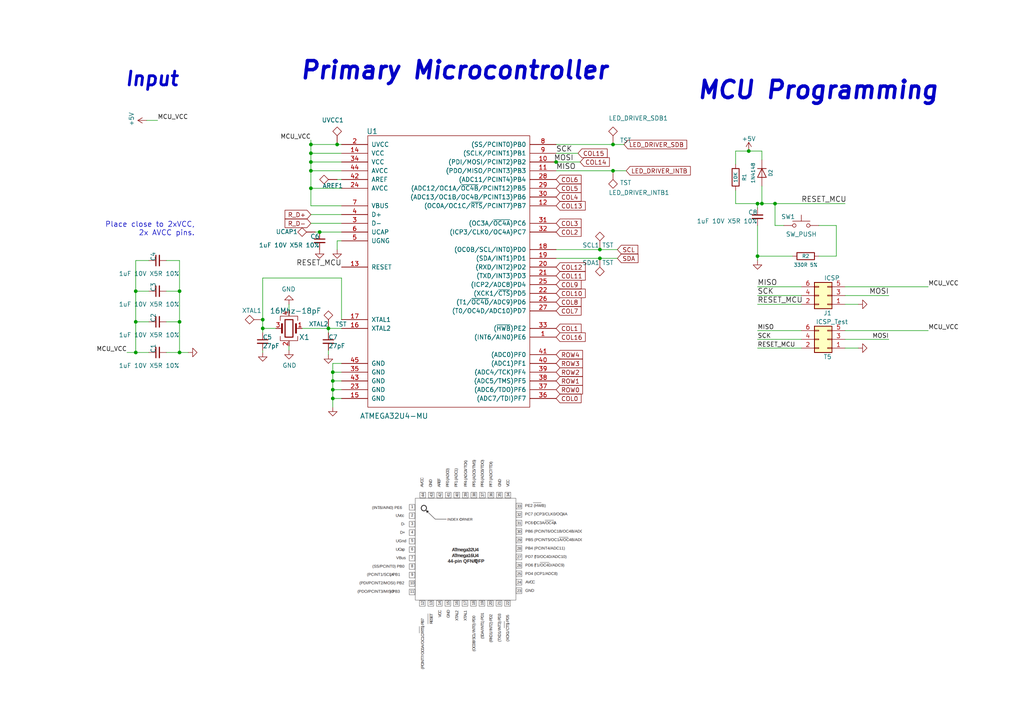
<source format=kicad_sch>
(kicad_sch (version 20211123) (generator eeschema)
  (paper "A4")
  (title_block (title "MCU") (date "2016-05-06") (company "Keyboardio"))
  (lib_symbols
    (symbol "1N4148:D" (pin_numbers hide) (pin_names (offset 1.016) hide)
      (property "Reference" "D" (at 0 2.54 0))
      (property "Value" "D" (at 0 -2.54 0))
      (symbol "D_0_1"
        (polyline (pts (xy -1.27 1.27) (xy -1.27 -1.27)) (stroke (width 0.2032)))
        (polyline (pts (xy 1.27 0) (xy -1.27 0)))
        (polyline (pts (xy 1.27 1.27) (xy 1.27 -1.27) (xy -1.27 0) (xy 1.27 1.27)) (stroke (width 0.2032)))
      )
      (symbol "D_1_1"
        (pin passive line (at -3.81 0 0) (length 2.54) (name "K") (number "1"))
        (pin passive line (at 3.81 0 180) (length 2.54) (name "A") (number "2"))
      )
    )
    (symbol "Connector_Generic:Conn_02x03_Odd_Even" (pin_names (offset 1.016) hide)
      (property "Reference" "J" (at 1.27 5.08 0))
      (property "Value" "Conn_02x03_Odd_Even" (at 1.27 -5.08 0))
      (symbol "Conn_02x03_Odd_Even_1_1"
        (rectangle (start -1.27 -2.413) (end 0 -2.667) (stroke (width 0.1524)))
        (rectangle (start -1.27 0.127) (end 0 -0.127) (stroke (width 0.1524)))
        (rectangle (start -1.27 2.667) (end 0 2.413) (stroke (width 0.1524)))
        (rectangle (start -1.27 3.81) (end 3.81 -3.81) (stroke (width 0.254)) (fill (type background)))
        (rectangle (start 3.81 -2.413) (end 2.54 -2.667) (stroke (width 0.1524)))
        (rectangle (start 3.81 0.127) (end 2.54 -0.127) (stroke (width 0.1524)))
        (rectangle (start 3.81 2.667) (end 2.54 2.413) (stroke (width 0.1524)))
        (pin passive line (at -5.08 2.54 0) (length 3.81) (name "Pin_1") (number "1"))
        (pin passive line (at 7.62 2.54 180) (length 3.81) (name "Pin_2") (number "2"))
        (pin passive line (at -5.08 0 0) (length 3.81) (name "Pin_3") (number "3"))
        (pin passive line (at 7.62 0 180) (length 3.81) (name "Pin_4") (number "4"))
        (pin passive line (at -5.08 -2.54 0) (length 3.81) (name "Pin_5") (number "5"))
        (pin passive line (at 7.62 -2.54 180) (length 3.81) (name "Pin_6") (number "6"))
      )
    )
    (symbol "Device:C_Small" (pin_numbers hide) (pin_names (offset 0.254) hide)
      (property "Reference" "C" (at 0.254 1.778 0))
      (property "Value" "C_Small" (at 0.254 -2.032 0))
      (symbol "C_Small_0_1"
        (polyline (pts (xy -1.524 -0.508) (xy 1.524 -0.508)) (stroke (width 0.3302)))
        (polyline (pts (xy -1.524 0.508) (xy 1.524 0.508)) (stroke (width 0.3048)))
      )
      (symbol "C_Small_1_1"
        (pin passive line (at 0 2.54 270) (length 2.032) (name "~") (number "1"))
        (pin passive line (at 0 -2.54 90) (length 2.032) (name "~") (number "2"))
      )
    )
    (symbol "Device:Crystal_GND24" (pin_names (offset 1.016) hide)
      (property "Reference" "Y" (at 3.175 5.08 0))
      (property "Value" "Crystal_GND24" (at 3.175 3.175 0))
      (symbol "Crystal_GND24_0_1"
        (rectangle (start -1.143 2.54) (end 1.143 -2.54) (stroke (width 0.3048)))
        (polyline (pts (xy -2.54 0) (xy -2.032 0)))
        (polyline (pts (xy -2.032 -1.27) (xy -2.032 1.27)) (stroke (width 0.508)))
        (polyline (pts (xy 0 -3.81) (xy 0 -3.556)))
        (polyline (pts (xy 0 3.556) (xy 0 3.81)))
        (polyline (pts (xy 2.032 -1.27) (xy 2.032 1.27)) (stroke (width 0.508)))
        (polyline (pts (xy 2.032 0) (xy 2.54 0)))
        (polyline (pts (xy -2.54 -2.286) (xy -2.54 -3.556) (xy 2.54 -3.556) (xy 2.54 -2.286)))
        (polyline (pts (xy -2.54 2.286) (xy -2.54 3.556) (xy 2.54 3.556) (xy 2.54 2.286)))
      )
      (symbol "Crystal_GND24_1_1"
        (pin passive line (at -3.81 0 0) (length 1.27) (name "1") (number "1"))
        (pin passive line (at 0 5.08 270) (length 1.27) (name "2") (number "2"))
        (pin passive line (at 3.81 0 180) (length 1.27) (name "3") (number "3"))
        (pin passive line (at 0 -5.08 90) (length 1.27) (name "4") (number "4"))
      )
    )
    (symbol "Device:R" (pin_numbers hide) (pin_names (offset 0))
      (property "Reference" "R" (at 2.032 0 90))
      (property "Value" "R" (at 0 0 90))
      (symbol "R_0_1"
        (rectangle (start -1.016 -2.54) (end 1.016 2.54) (stroke (width 0.254)))
      )
      (symbol "R_1_1"
        (pin passive line (at 0 3.81 270) (length 1.27) (name "~") (number "1"))
        (pin passive line (at 0 -3.81 90) (length 1.27) (name "~") (number "2"))
      )
    )
    (symbol "Keyboard-symbols:GND" (power) (pin_names (offset 0))
      (property "Value" "GND" (at 0 -3.81 0))
      (symbol "GND_0_1"
        (polyline (pts (xy 0 0) (xy 0 -1.27) (xy 1.27 -1.27) (xy 0 -2.54) (xy -1.27 -1.27) (xy 0 -1.27)))
      )
      (symbol "GND_1_1"
        (pin power_in line (at 0 0 270) (length 0) hide (name "GND") (number "1"))
      )
    )
    (symbol "Switch:SW_Push" (pin_numbers hide) (pin_names (offset 1.016) hide)
      (property "Reference" "SW" (at 1.27 2.54 0))
      (property "Value" "SW_Push" (at 0 -1.524 0))
      (symbol "SW_Push_0_1"
        (circle (center -2.032 0) (radius 0.508))
        (polyline (pts (xy 0 1.27) (xy 0 3.048)))
        (polyline (pts (xy 2.54 1.27) (xy -2.54 1.27)))
        (circle (center 2.032 0) (radius 0.508))
        (pin passive line (at -5.08 0 0) (length 2.54) (name "1") (number "1"))
        (pin passive line (at 5.08 0 180) (length 2.54) (name "2") (number "2"))
      )
    )
    (symbol "legacy:ATMEGA32U4" (pin_names (offset 1.016))
      (property "Reference" "U" (at -22.86 43.18 0))
      (property "Value" "ATMEGA32U4" (at -16.51 -39.37 0))
      (symbol "ATMEGA32U4_0_1"
        (rectangle (start -24.13 41.91) (end 22.86 -36.83))
      )
      (symbol "ATMEGA32U4_1_1"
        (pin input line (at 30.48 -16.51 180) (length 7.62) (name "(INT6/AIN0)PE6") (number "1"))
        (pin input line (at 30.48 34.29 180) (length 7.62) (name "(PDI/MOSI/PCINT2)PB2") (number "10"))
        (pin input line (at 30.48 31.75 180) (length 7.62) (name "(PDO/MISO/PCINT3)PB3") (number "11"))
        (pin input line (at 30.48 21.59 180) (length 7.62) (name "(OC0A/OC1C/~{RTS}/PCINT7)PB7") (number "12"))
        (pin input line (at -31.75 3.81 0) (length 7.62) (name "RESET") (number "13"))
        (pin power_in line (at -31.75 36.83 0) (length 7.62) (name "VCC") (number "14"))
        (pin power_in line (at -31.75 -34.29 0) (length 7.62) (name "GND") (number "15"))
        (pin input line (at -31.75 -13.97 0) (length 7.62) (name "XTAL2") (number "16"))
        (pin input line (at -31.75 -11.43 0) (length 7.62) (name "XTAL1") (number "17"))
        (pin input line (at 30.48 8.89 180) (length 7.62) (name "(OC0B/SCL/INT0)PD0") (number "18"))
        (pin input line (at 30.48 6.35 180) (length 7.62) (name "(SDA/INT1)PD1") (number "19"))
        (pin input line (at -31.75 39.37 0) (length 7.62) (name "UVCC") (number "2"))
        (pin input line (at 30.48 3.81 180) (length 7.62) (name "(RXD/INT2)PD2") (number "20"))
        (pin input line (at 30.48 1.27 180) (length 7.62) (name "(TXD/INT3)PD3") (number "21"))
        (pin input line (at 30.48 -3.81 180) (length 7.62) (name "(XCK1/~{CTS})PD5") (number "22"))
        (pin power_in line (at -31.75 -31.75 0) (length 7.62) (name "GND") (number "23"))
        (pin power_in line (at -31.75 26.67 0) (length 7.62) (name "AVCC") (number "24"))
        (pin input line (at 30.48 -1.27 180) (length 7.62) (name "(ICP2/ADC8)PD4") (number "25"))
        (pin input line (at 30.48 -6.35 180) (length 7.62) (name "(T1/~{OC4D}/ADC9)PD6") (number "26"))
        (pin input line (at 30.48 -8.89 180) (length 7.62) (name "(T0/OC4D/ADC10)PD7") (number "27"))
        (pin input line (at 30.48 29.21 180) (length 7.62) (name "(ADC11/PCINT4)PB4") (number "28"))
        (pin input line (at 30.48 26.67 180) (length 7.62) (name "(ADC12/OC1A/~{OC4B}/PCINT12)PB5") (number "29"))
        (pin input line (at -31.75 16.51 0) (length 7.62) (name "D-") (number "3"))
        (pin input line (at 30.48 24.13 180) (length 7.62) (name "(ADC13/OC1B/OC4B/PCINT13)PB6") (number "30"))
        (pin input line (at 30.48 16.51 180) (length 7.62) (name "(OC3A/~{OC4A})PC6") (number "31"))
        (pin input line (at 30.48 13.97 180) (length 7.62) (name "(ICP3/CLK0/OC4A)PC7") (number "32"))
        (pin input line (at 30.48 -13.97 180) (length 7.62) (name "(~{HWB})PE2") (number "33"))
        (pin power_in line (at -31.75 34.29 0) (length 7.62) (name "VCC") (number "34"))
        (pin power_in line (at -31.75 -26.67 0) (length 7.62) (name "GND") (number "35"))
        (pin input line (at 30.48 -34.29 180) (length 7.62) (name "(ADC7/TDI)PF7") (number "36"))
        (pin input line (at 30.48 -31.75 180) (length 7.62) (name "(ADC6/TDO)PF6") (number "37"))
        (pin input line (at 30.48 -29.21 180) (length 7.62) (name "(ADC5/TMS)PF5") (number "38"))
        (pin input line (at 30.48 -26.67 180) (length 7.62) (name "(ADC4/TCK)PF4") (number "39"))
        (pin input line (at -31.75 19.05 0) (length 7.62) (name "D+") (number "4"))
        (pin input line (at 30.48 -24.13 180) (length 7.62) (name "(ADC1)PF1") (number "40"))
        (pin input line (at 30.48 -21.59 180) (length 7.62) (name "(ADC0)PF0") (number "41"))
        (pin input line (at -31.75 29.21 0) (length 7.62) (name "AREF") (number "42"))
        (pin power_in line (at -31.75 -29.21 0) (length 7.62) (name "GND") (number "43"))
        (pin power_in line (at -31.75 31.75 0) (length 7.62) (name "AVCC") (number "44"))
        (pin power_in line (at -31.75 -24.13 0) (length 7.62) (name "GND") (number "45"))
        (pin input line (at -31.75 11.43 0) (length 7.62) (name "UGNG") (number "5"))
        (pin input line (at -31.75 13.97 0) (length 7.62) (name "UCAP") (number "6"))
        (pin input line (at -31.75 21.59 0) (length 7.62) (name "VBUS") (number "7"))
        (pin input line (at 30.48 39.37 180) (length 7.62) (name "(SS/PCINT0)PB0") (number "8"))
        (pin input line (at 30.48 36.83 180) (length 7.62) (name "(SCLK/PCINT1)PB1") (number "9"))
      )
    )
    (symbol "legacy:TST" (pin_numbers hide) (pin_names (offset 0) hide)
      (property "Reference" "P" (at 0 7.62 0))
      (property "Value" "TST" (at 0 6.35 0))
      (symbol "TST_0_1"
        (polyline (pts (xy 0 5.08) (xy -1.27 3.81) (xy 0 2.54) (xy 1.27 3.81) (xy 0 5.08) (xy 0 5.08)))
      )
      (symbol "TST_1_1"
        (pin passive line (at 0 0 90) (length 2.54) (name "~") (number "1"))
      )
    )
    (symbol "power:+5V" (power) (pin_names (offset 0))
      (property "Value" "+5V" (at 0 3.556 0))
      (symbol "+5V_0_1"
        (polyline (pts (xy -0.762 1.27) (xy 0 2.54)))
        (polyline (pts (xy 0 0) (xy 0 2.54)))
        (polyline (pts (xy 0 2.54) (xy 0.762 1.27)))
      )
      (symbol "+5V_1_1"
        (pin power_in line (at 0 0 90) (length 0) hide (name "+5V") (number "1"))
      )
    )
    (symbol "power:GND" (power) (pin_names (offset 0))
      (property "Value" "GND" (at 0 -3.81 0))
      (symbol "GND_0_1"
        (polyline (pts (xy 0 0) (xy 0 -1.27) (xy 1.27 -1.27) (xy 0 -2.54) (xy -1.27 -1.27) (xy 0 -1.27)))
      )
      (symbol "GND_1_1"
        (pin power_in line (at 0 0 270) (length 0) hide (name "GND") (number "1"))
      )
    )
  )
  (junction (at 90.17 41.91))
  (junction (at 177.8 49.53))
  (junction (at 161.29 46.99))
  (junction (at 39.37 93.345))
  (junction (at 90.17 44.45))
  (junction (at 96.52 107.95))
  (junction (at 217.17 43.815))
  (junction (at 177.8 41.91))
  (junction (at 219.71 59.055))
  (junction (at 76.2 95.25))
  (junction (at 220.98 59.055))
  (junction (at 224.79 59.055))
  (junction (at 173.99 74.93))
  (junction (at 52.07 102.235))
  (junction (at 92.71 67.31))
  (junction (at 52.07 84.455))
  (junction (at 96.52 110.49))
  (junction (at 90.17 49.53))
  (junction (at 95.25 95.25))
  (junction (at 219.71 74.295))
  (junction (at 39.37 102.235))
  (junction (at 39.37 84.455))
  (junction (at 52.07 93.345))
  (junction (at 90.17 46.99))
  (junction (at 96.52 113.03))
  (junction (at 173.99 72.39))
  (junction (at 90.17 54.61))
  (junction (at 96.52 115.57))
  (junction (at 97.79 41.91))
  (junction (at 76.2 92.71))
  (wire (pts (xy 48.26 102.235) (xy 52.07 102.235)))
  (wire (pts (xy 52.07 102.235) (xy 54.61 102.235)))
  (wire (pts (xy 219.71 60.325) (xy 219.71 59.055)))
  (wire (pts (xy 161.29 74.93) (xy 173.99 74.93)))
  (wire (pts (xy 232.41 85.725) (xy 219.71 85.725)))
  (wire (pts (xy 52.07 75.565) (xy 48.26 75.565)))
  (wire (pts (xy 95.25 101.6) (xy 95.25 102.87)))
  (wire (pts (xy 232.41 98.425) (xy 219.71 98.425)))
  (wire (pts (xy 97.79 52.07) (xy 99.06 52.07)))
  (wire (pts (xy 90.17 54.61) (xy 99.06 54.61)))
  (wire (pts (xy 245.11 100.965) (xy 248.92 100.965)))
  (wire (pts (xy 39.37 75.565) (xy 43.18 75.565)))
  (wire (pts (xy 269.24 83.185) (xy 245.11 83.185)))
  (wire (pts (xy 76.2 80.645) (xy 76.2 92.71)))
  (wire (pts (xy 39.37 93.345) (xy 39.37 84.455)))
  (wire (pts (xy 224.79 59.055) (xy 245.11 59.055)))
  (wire (pts (xy 83.82 88.265) (xy 83.82 90.17)))
  (wire (pts (xy 99.06 80.645) (xy 76.2 80.645)))
  (wire (pts (xy 242.57 74.295) (xy 242.57 65.405)))
  (wire (pts (xy 245.11 88.265) (xy 248.92 88.265)))
  (wire (pts (xy 96.52 113.03) (xy 99.06 113.03)))
  (wire (pts (xy 39.37 84.455) (xy 43.18 84.455)))
  (wire (pts (xy 96.52 110.49) (xy 99.06 110.49)))
  (wire (pts (xy 52.07 93.345) (xy 52.07 84.455)))
  (wire (pts (xy 90.17 46.99) (xy 99.06 46.99)))
  (wire (pts (xy 83.82 101.6) (xy 83.82 100.33)))
  (wire (pts (xy 76.2 95.25) (xy 76.2 96.52)))
  (wire (pts (xy 245.11 98.425) (xy 257.81 98.425)))
  (wire (pts (xy 219.71 65.405) (xy 219.71 74.295)))
  (wire (pts (xy 99.06 64.77) (xy 90.17 64.77)))
  (wire (pts (xy 90.17 49.53) (xy 99.06 49.53)))
  (wire (pts (xy 213.36 43.815) (xy 213.36 47.625)))
  (wire (pts (xy 161.29 41.91) (xy 177.8 41.91)))
  (wire (pts (xy 97.79 41.91) (xy 99.06 41.91)))
  (wire (pts (xy 90.17 44.45) (xy 99.06 44.45)))
  (wire (pts (xy 90.17 41.91) (xy 97.79 41.91)))
  (wire (pts (xy 36.83 102.235) (xy 39.37 102.235)))
  (wire (pts (xy 76.2 92.71) (xy 76.2 95.25)))
  (wire (pts (xy 224.79 65.405) (xy 227.33 65.405)))
  (wire (pts (xy 96.52 113.03) (xy 96.52 115.57)))
  (wire (pts (xy 95.25 95.25) (xy 99.06 95.25)))
  (wire (pts (xy 160.655 46.99) (xy 161.29 46.99)))
  (wire (pts (xy 90.17 46.99) (xy 90.17 49.53)))
  (wire (pts (xy 52.07 102.235) (xy 52.07 93.345)))
  (wire (pts (xy 99.06 69.85) (xy 97.79 69.85)))
  (wire (pts (xy 99.06 62.23) (xy 90.17 62.23)))
  (wire (pts (xy 177.8 41.91) (xy 180.975 41.91)))
  (wire (pts (xy 90.17 54.61) (xy 90.17 59.69)))
  (wire (pts (xy 173.99 72.39) (xy 161.29 72.39)))
  (wire (pts (xy 80.01 95.25) (xy 76.2 95.25)))
  (wire (pts (xy 96.52 107.95) (xy 96.52 110.49)))
  (wire (pts (xy 232.41 95.885) (xy 219.71 95.885)))
  (wire (pts (xy 232.41 100.965) (xy 219.71 100.965)))
  (wire (pts (xy 219.71 74.295) (xy 229.87 74.295)))
  (wire (pts (xy 97.79 69.85) (xy 97.79 72.39)))
  (wire (pts (xy 90.17 44.45) (xy 90.17 46.99)))
  (wire (pts (xy 99.06 92.71) (xy 99.06 80.645)))
  (wire (pts (xy 96.52 105.41) (xy 96.52 107.95)))
  (wire (pts (xy 161.29 46.99) (xy 168.275 46.99)))
  (wire (pts (xy 91.44 67.31) (xy 92.71 67.31)))
  (wire (pts (xy 90.17 41.91) (xy 90.17 44.45)))
  (wire (pts (xy 220.98 43.815) (xy 220.98 46.355)))
  (wire (pts (xy 219.71 74.295) (xy 219.71 75.565)))
  (wire (pts (xy 52.07 84.455) (xy 52.07 75.565)))
  (wire (pts (xy 48.26 93.345) (xy 52.07 93.345)))
  (wire (pts (xy 39.37 102.235) (xy 43.18 102.235)))
  (wire (pts (xy 237.49 74.295) (xy 242.57 74.295)))
  (wire (pts (xy 39.37 93.345) (xy 43.18 93.345)))
  (wire (pts (xy 217.17 43.815) (xy 220.98 43.815)))
  (wire (pts (xy 213.36 55.245) (xy 213.36 59.055)))
  (wire (pts (xy 39.37 102.235) (xy 39.37 93.345)))
  (wire (pts (xy 96.52 107.95) (xy 99.06 107.95)))
  (wire (pts (xy 95.25 95.25) (xy 95.25 96.52)))
  (wire (pts (xy 219.71 59.055) (xy 220.98 59.055)))
  (wire (pts (xy 48.26 84.455) (xy 52.07 84.455)))
  (wire (pts (xy 220.98 59.055) (xy 224.79 59.055)))
  (wire (pts (xy 181.61 49.53) (xy 177.8 49.53)))
  (wire (pts (xy 232.41 88.265) (xy 219.71 88.265)))
  (wire (pts (xy 92.71 67.31) (xy 99.06 67.31)))
  (wire (pts (xy 224.79 59.055) (xy 224.79 65.405)))
  (wire (pts (xy 45.72 34.925) (xy 42.545 34.925)))
  (wire (pts (xy 99.06 105.41) (xy 96.52 105.41)))
  (wire (pts (xy 213.36 59.055) (xy 219.71 59.055)))
  (wire (pts (xy 220.98 53.975) (xy 220.98 59.055)))
  (wire (pts (xy 173.99 74.93) (xy 179.07 74.93)))
  (wire (pts (xy 161.29 44.45) (xy 167.64 44.45)))
  (wire (pts (xy 179.07 72.39) (xy 173.99 72.39)))
  (wire (pts (xy 76.2 101.6) (xy 76.2 102.235)))
  (wire (pts (xy 232.41 83.185) (xy 219.71 83.185)))
  (wire (pts (xy 237.49 65.405) (xy 242.57 65.405)))
  (wire (pts (xy 177.8 49.53) (xy 161.29 49.53)))
  (wire (pts (xy 90.17 40.64) (xy 90.17 41.91)))
  (wire (pts (xy 213.36 43.815) (xy 217.17 43.815)))
  (wire (pts (xy 96.52 110.49) (xy 96.52 113.03)))
  (wire (pts (xy 269.24 95.885) (xy 245.11 95.885)))
  (wire (pts (xy 96.52 115.57) (xy 99.06 115.57)))
  (wire (pts (xy 245.11 85.725) (xy 257.81 85.725)))
  (wire (pts (xy 90.17 49.53) (xy 90.17 54.61)))
  (wire (pts (xy 96.52 115.57) (xy 96.52 118.11)))
  (wire (pts (xy 87.63 95.25) (xy 95.25 95.25)))
  (wire (pts (xy 39.37 84.455) (xy 39.37 75.565)))
  (wire (pts (xy 90.17 59.69) (xy 99.06 59.69)))
  (image (at 137.16 163.83))
  (text "Place close to 2xVCC,\n2x AVCC pins." (at 56.515 68.58 180) (effects (font (size 1.524 1.524)) (justify right bottom)))
  (text "Primary Microcontroller" (at 86.741 23.495 0) (effects (font (size 5.0038 5.0038) (thickness 1.0008) bold italic) (justify left bottom)))
  (text "Input" (at 52.07 25.4 180) (effects (font (size 3.9878 3.9878) (thickness 0.7976) bold italic) (justify right bottom)))
  (text "MCU Programming" (at 201.93 29.21 0) (effects (font (size 5.0038 5.0038) (thickness 1.0008) bold italic) (justify left bottom)))
  (label "SCK" (at 219.71 85.725 0) (effects (font (size 1.524 1.524))))
  (label "RESET_MCU" (at 232.41 59.055 0) (effects (font (size 1.524 1.524))))
  (label "MOSI" (at 160.655 46.99 0) (effects (font (size 1.524 1.524))))
  (label "MOSI" (at 257.81 85.725 180) (effects (font (size 1.524 1.524))))
  (label "MISO" (at 161.29 49.53 0) (effects (font (size 1.524 1.524))))
  (label "MCU_VCC" (at 269.24 83.185 0))
  (label "MOSI" (at 257.81 98.425 180))
  (label "RESET_MCU" (at 219.71 88.265 0) (effects (font (size 1.524 1.524))))
  (label "RESET_MCU" (at 99.06 77.47 180) (effects (font (size 1.524 1.524))))
  (label "SCK" (at 219.71 98.425 0))
  (label "MCU_VCC" (at 269.24 95.885 0))
  (label "SCK" (at 161.29 44.45 0) (effects (font (size 1.524 1.524))))
  (label "MCU_VCC" (at 36.83 102.235 180))
  (label "MCU_VCC" (at 45.72 34.925 0))
  (label "RESET_MCU" (at 219.71 100.965 0))
  (label "MCU_VCC" (at 90.17 40.64 180))
  (label "MISO" (at 219.71 83.185 0) (effects (font (size 1.524 1.524))))
  (label "MISO" (at 219.71 95.885 0))
  (global_label "COL4" (shape input) (at 161.29 57.15 0) (property "Intersheet References" "${INTERSHEET_REFS}" (effects hide)))
  (global_label "COL6" (shape input) (at 161.29 52.07 0) (property "Intersheet References" "${INTERSHEET_REFS}" (effects hide)))
  (global_label "COL8" (shape input) (at 161.29 87.63 0) (property "Intersheet References" "${INTERSHEET_REFS}" (effects hide)))
  (global_label "SDA" (shape input) (at 179.07 74.93 0) (property "Intersheet References" "${INTERSHEET_REFS}" (effects hide)))
  (global_label "COL12" (shape input) (at 161.29 77.47 0) (property "Intersheet References" "${INTERSHEET_REFS}" (effects hide)))
  (global_label "R_D-" (shape input) (at 90.17 64.77 180) (property "Intersheet References" "${INTERSHEET_REFS}" (effects hide)))
  (global_label "ROW1" (shape input) (at 161.29 110.49 0) (property "Intersheet References" "${INTERSHEET_REFS}" (effects hide)))
  (global_label "COL3" (shape input) (at 161.29 64.77 0) (property "Intersheet References" "${INTERSHEET_REFS}" (effects hide)))
  (global_label "ROW3" (shape input) (at 161.29 105.41 0) (property "Intersheet References" "${INTERSHEET_REFS}" (effects hide)))
  (global_label "COL1" (shape input) (at 161.29 95.25 0) (property "Intersheet References" "${INTERSHEET_REFS}" (effects hide)))
  (global_label "COL14" (shape input) (at 168.275 46.99 0) (property "Intersheet References" "${INTERSHEET_REFS}" (effects hide)))
  (global_label "COL10" (shape input) (at 161.29 85.09 0) (property "Intersheet References" "${INTERSHEET_REFS}" (effects hide)))
  (global_label "COL0" (shape input) (at 161.29 115.57 0) (property "Intersheet References" "${INTERSHEET_REFS}" (effects hide)))
  (global_label "COL7" (shape input) (at 161.29 90.17 0) (property "Intersheet References" "${INTERSHEET_REFS}" (effects hide)))
  (global_label "LED_DRIVER_INTB" (shape input) (at 181.61 49.53 0) (property "Intersheet References" "${INTERSHEET_REFS}" (effects hide)))
  (global_label "COL15" (shape input) (at 167.64 44.45 0) (property "Intersheet References" "${INTERSHEET_REFS}" (effects hide)))
  (global_label "COL11" (shape input) (at 161.29 80.01 0) (property "Intersheet References" "${INTERSHEET_REFS}" (effects hide)))
  (global_label "COL13" (shape input) (at 161.29 59.69 0) (property "Intersheet References" "${INTERSHEET_REFS}" (effects hide)))
  (global_label "ROW2" (shape input) (at 161.29 107.95 0) (property "Intersheet References" "${INTERSHEET_REFS}" (effects hide)))
  (global_label "SCL" (shape input) (at 179.07 72.39 0) (property "Intersheet References" "${INTERSHEET_REFS}" (effects hide)))
  (global_label "COL16" (shape input) (at 161.29 97.79 0) (property "Intersheet References" "${INTERSHEET_REFS}" (effects hide)))
  (global_label "COL5" (shape input) (at 161.29 54.61 0) (property "Intersheet References" "${INTERSHEET_REFS}" (effects hide)))
  (global_label "R_D+" (shape input) (at 90.17 62.23 180) (property "Intersheet References" "${INTERSHEET_REFS}" (effects hide)))
  (global_label "COL2" (shape input) (at 161.29 67.31 0) (property "Intersheet References" "${INTERSHEET_REFS}" (effects hide)))
  (global_label "ROW0" (shape input) (at 161.29 113.03 0) (property "Intersheet References" "${INTERSHEET_REFS}" (effects hide)))
  (global_label "LED_DRIVER_SDB" (shape input) (at 180.975 41.91 0) (property "Intersheet References" "${INTERSHEET_REFS}" (effects hide)))
  (global_label "COL9" (shape input) (at 161.29 82.55 0) (property "Intersheet References" "${INTERSHEET_REFS}" (effects hide)))
  (global_label "ROW4" (shape input) (at 161.29 102.87 0) (property "Intersheet References" "${INTERSHEET_REFS}" (effects hide)))
  (symbol (lib_id "power:GND") (at 92.71 72.39 0) (unit 1)
    (property "Reference" "#PWR?" (effects hide))
    (property "Value" "GND" (effects hide))
  )
  (symbol (lib_id "Device:Crystal_GND24") (at 83.82 95.25 180) (unit 1)
    (property "Reference" "X1" (at 88.265 97.79 0) (effects (font (size 1.524 1.524))))
    (property "Value" "16Mhz-18pF" (at 85.725 90.17 0) (effects (font (size 1.524 1.524))))
    (property "Footprint" "Crystal:Crystal_SMD_SeikoEpson_TSX3225-4Pin_3.2x2.5mm" (effects hide))
    (property "Datasheet" "https://support.epson.biz/td/api/doc_check.php?dl=brief_TSX-3225&lang=en" (effects hide))
    (property "Manufacturer" "Seiko-Epson" (effects hide))
    (property "MPN" "X1E000021069600" (effects hide))
    (property "DigiKey" "TSX-322516.0000MF20G-C-ND" (effects hide))
    (property "Description" "SMD Crystal Resonators 16MHz ±10ppm TSX-3225 RoHS 18pf" (effects hide))
    (property "LCSC" "C255907" (effects hide))
  )
  (symbol (lib_id "Device:C_Small") (at 76.2 99.06 0) (unit 1)
    (property "Reference" "C5" (at 76.2 97.79 0) (effects (justify left)))
    (property "Value" "27pF" (at 76.2 100.33 0) (effects (justify left)))
    (property "Footprint" "Capacitor_SMD:C_0603_1608Metric" (effects hide))
    (property "Datasheet" "http://www.yageo.com/documents/recent/UPY-GP_NP0_16V-to-50V_16.pdf" (effects hide))
    (property "MPN" "CC0603JRNPO9BN270" (effects hide))
    (property "DigiKey" "311-1063-1-ND" (effects hide))
    (property "Manufacturer" "Yaego" (effects hide))
    (property "Description" "CAP CER 27PF 50V C0G/NP0 0603" (effects hide))
    (property "Seeed Part Num" "CC0603JRNPO9BN270	" (effects hide))
    (property "LCSC" "C107045" (effects hide))
  )
  (symbol (lib_id "power:GND") (at 76.2 102.235 0) (unit 1)
    (property "Reference" "#PWR?" (effects hide))
    (property "Value" "GND" (effects hide))
  )
  (symbol (lib_id "power:GND") (at 95.25 102.87 0) (unit 1)
    (property "Reference" "#PWR?" (effects hide))
    (property "Value" "GND" (effects hide))
  )
  (symbol (lib_id "Device:C_Small") (at 45.72 102.235 90) (mirror x) (unit 1)
    (property "Reference" "C1" (at 44.45 99.695 0) (effects (justify left)))
    (property "Value" "1uF 10V X5R 10%" (at 52.07 106.045 90) (effects (justify left)))
    (property "Footprint" "Capacitor_SMD:C_0603_1608Metric" (effects hide))
    (property "Datasheet" "http://www.yageo.com/documents/recent/UPY-GPHC_X5R_4V-to-50V_25.pdf" (effects hide))
    (property "Description" "CAP CER 1UF 10V X5R 0603" (effects hide))
    (property "DigiKey" "311-1443-2-ND	" (effects hide))
    (property "Manufacturer" "Yageo" (effects hide))
    (property "MPN" "CC0603KRX5R6BB105" (effects hide))
    (property "Seeed Part Num" "GRM188R61A105KA61D	" (effects hide))
    (property "LCSC" "C106214" (effects hide))
  )
  (symbol (lib_id "legacy:ATMEGA32U4") (at 130.81 81.28 0) (unit 1)
    (property "Reference" "U1" (at 107.95 38.1 0) (effects (font (size 1.524 1.524))))
    (property "Value" "ATMEGA32U4-MU" (at 114.3 120.65 0) (effects (font (size 1.524 1.524))))
    (property "Footprint" "Package_DFN_QFN:QFN-44-1EP_7x7mm_P0.5mm_EP5.15x5.15mm_ThermalVias" (effects hide))
    (property "Datasheet" "http://www.atmel.com/images/atmel-7766-8-bit-avr-atmega16u4-32u4_datasheet.pdf" (effects hide))
    (property "Manufacturer" "Atmel" (effects hide))
    (property "MPN" "ATMEGA32U4-MU" (effects hide))
    (property "Description" "ATMega32U4 - VQFN preferred, but TQFP Acceptable" (effects hide))
    (property "DigiKey" "ATMEGA32U4-MU-ND" (effects hide))
    (property "Seeed Part Num" "ATMEGA32U4-MU	" (effects hide))
  )
  (symbol (lib_id "power:GND") (at 97.79 72.39 0) (unit 1)
    (property "Reference" "#PWR?" (effects hide))
    (property "Value" "GND" (effects hide))
  )
  (symbol (lib_id "power:GND") (at 96.52 118.11 0) (unit 1)
    (property "Reference" "#PWR?" (effects hide))
    (property "Value" "GND" (effects hide))
  )
  (symbol (lib_id "Switch:SW_Push") (at 232.41 65.405 0) (mirror y) (unit 1)
    (property "Reference" "SW1" (at 228.6 62.865 0))
    (property "Value" "SW_PUSH" (at 232.41 67.945 0))
    (property "Footprint" "Button_Switch_SMD:SW_SPST_TL3342" (effects hide))
    (property "Datasheet" "https://www.e-switch.com/system/asset/product_line/data_sheet/165/TL3342.pdf" (effects hide))
    (property "Description" "SWITCH TACTILE SPST-NO 0.05A 12V" (effects hide))
    (property "DigiKey" "EG2531TR-ND" (effects hide))
    (property "MPN" "TL3342F160QG/TR" (effects hide))
    (property "Manufacturer" "E-Switch" (effects hide))
  )
  (symbol (lib_id "power:+5V") (at 217.17 43.815 0) (unit 1)
    (property "Reference" "#PWR?" (effects hide))
    (property "Value" "+5V" (at 217.17 40.259 0))
  )
  (symbol (lib_id "Device:R") (at 213.36 51.435 180) (unit 1)
    (property "Reference" "R1" (at 215.9 51.435 90) (effects (font (size 1.016 1.016))))
    (property "Value" "10K" (at 213.36 51.435 90) (effects (font (size 1.016 1.016))))
    (property "Footprint" "Resistor_SMD:R_0603_1608Metric" (effects hide))
    (property "Datasheet" "http://www.susumu.co.jp/common/pdf/n_catalog_partition05_en.pdf" (effects hide))
    (property "DigiKey" "RR08P10.0KDTR-ND" (effects hide))
    (property "Manufacturer" "Susumu" (effects hide))
    (property "MPN" "RR0816P-103-D" (effects hide))
    (property "Description" "RES SMD 10K OHM 0.5% 1/16W 0603" (effects hide))
    (property "Seeed Part Num" "RK73H1JTTD1002F" (effects hide))
    (property "LCSC" "C130232" (effects hide))
  )
  (symbol (lib_id "power:GND") (at 248.92 88.265 90) (mirror x) (unit 1)
    (property "Reference" "#PWR?" (effects hide))
    (property "Value" "GND" (effects hide))
  )
  (symbol (lib_id "legacy:TST") (at 97.79 41.91 0) (mirror y) (unit 1)
    (property "Reference" "UVCC1" (at 96.52 35.56 0) (effects (justify bottom)))
    (property "Value" "TST" (effects hide))
    (property "Footprint" "TestPoint:TestPoint_Pad_D1.5mm" (effects hide))
  )
  (symbol (lib_id "legacy:TST") (at 97.79 52.07 90) (mirror x) (unit 1)
    (property "Reference" "AREF1" (at 96.52 54.61 90) (effects (justify bottom)))
    (property "Value" "TST" (effects hide))
    (property "Footprint" "TestPoint:TestPoint_Pad_D1.5mm" (effects hide))
  )
  (symbol (lib_id "legacy:TST") (at 91.44 67.31 90) (mirror x) (unit 1)
    (property "Reference" "UCAP1" (at 83.185 67.945 90) (effects (justify bottom)))
    (property "Value" "TST" (effects hide))
    (property "Footprint" "TestPoint:TestPoint_Pad_D1.5mm" (effects hide))
  )
  (symbol (lib_id "power:GND") (at 219.71 75.565 0) (unit 1)
    (property "Reference" "#PWR?" (effects hide))
    (property "Value" "GND" (effects hide))
  )
  (symbol (lib_id "1N4148:D") (at 220.98 50.165 270) (unit 1)
    (property "Reference" "D2" (at 223.52 50.165 0) (effects (font (size 1.016 1.016))))
    (property "Value" "1N4148" (at 218.44 50.165 0) (effects (font (size 1.016 1.016))))
    (property "Footprint" "Diode_SMD:D_SOD-123" (effects hide))
    (property "Datasheet" "https://www.diodes.com/assets/Datasheets/ds30086.pdf" (effects hide))
    (property "DigiKey" "1N4148W-FDITR-ND" (effects hide))
    (property "Manufacturer" "Diodes Inc" (effects hide))
    (property "MPN" "1N4148W-7-F" (effects hide))
    (property "Description" "DIODE GEN PURP 100V 300MA SOD123" (effects hide))
    (property "LCSC" "C83528" (effects hide))
  )
  (symbol (lib_id "Device:C_Small") (at 45.72 93.345 90) (mirror x) (unit 1)
    (property "Reference" "C2" (at 44.45 90.805 0) (effects (justify left)))
    (property "Value" "1uF 10V X5R 10%" (at 52.07 97.155 90) (effects (justify left)))
    (property "Footprint" "Capacitor_SMD:C_0603_1608Metric" (effects hide))
    (property "Datasheet" "http://www.yageo.com/documents/recent/UPY-GPHC_X5R_4V-to-50V_25.pdf" (effects hide))
    (property "Description" "CAP CER 1UF 10V X5R 0603" (effects hide))
    (property "DigiKey" "311-1443-2-ND	" (effects hide))
    (property "Manufacturer" "Yageo" (effects hide))
    (property "MPN" "CC0603KRX5R6BB105" (effects hide))
    (property "Seeed Part Num" "GRM188R61A105KA61D	" (effects hide))
    (property "LCSC" "C106214" (effects hide))
  )
  (symbol (lib_id "Device:C_Small") (at 45.72 75.565 90) (mirror x) (unit 1)
    (property "Reference" "C4" (at 44.45 73.025 0) (effects (justify left)))
    (property "Value" "1uF 10V X5R 10%" (at 52.07 79.375 90) (effects (justify left)))
    (property "Footprint" "Capacitor_SMD:C_0603_1608Metric" (effects hide))
    (property "Datasheet" "http://www.yageo.com/documents/recent/UPY-GPHC_X5R_4V-to-50V_25.pdf" (effects hide))
    (property "Description" "CAP CER 1UF 10V X5R 0603" (effects hide))
    (property "DigiKey" "311-1443-2-ND	" (effects hide))
    (property "Manufacturer" "Yageo" (effects hide))
    (property "MPN" "CC0603KRX5R6BB105" (effects hide))
    (property "Seeed Part Num" "GRM188R61A105KA61D	" (effects hide))
    (property "LCSC" "C106214" (effects hide))
  )
  (symbol (lib_id "Device:C_Small") (at 45.72 84.455 90) (mirror x) (unit 1)
    (property "Reference" "C3" (at 44.45 81.915 0) (effects (justify left)))
    (property "Value" "1uF 10V X5R 10%" (at 52.07 88.265 90) (effects (justify left)))
    (property "Footprint" "Capacitor_SMD:C_0603_1608Metric" (effects hide))
    (property "Datasheet" "http://www.yageo.com/documents/recent/UPY-GPHC_X5R_4V-to-50V_25.pdf" (effects hide))
    (property "Description" "CAP CER 1UF 10V X5R 0603" (effects hide))
    (property "DigiKey" "311-1443-2-ND	" (effects hide))
    (property "Manufacturer" "Yageo" (effects hide))
    (property "MPN" "CC0603KRX5R6BB105" (effects hide))
    (property "Seeed Part Num" "GRM188R61A105KA61D	" (effects hide))
    (property "LCSC" "C106214" (effects hide))
  )
  (symbol (lib_id "Device:C_Small") (at 92.71 69.85 0) (mirror y) (unit 1)
    (property "Reference" "C6" (at 92.71 68.58 0) (effects (justify left)))
    (property "Value" "1uF 10V X5R 10%" (at 92.71 71.12 0) (effects (justify left)))
    (property "Footprint" "Capacitor_SMD:C_0603_1608Metric" (effects hide))
    (property "Datasheet" "http://www.yageo.com/documents/recent/UPY-GPHC_X5R_4V-to-50V_25.pdf" (effects hide))
    (property "Description" "CAP CER 1UF 10V X5R 0603" (effects hide))
    (property "DigiKey" "311-1443-2-ND	" (effects hide))
    (property "Manufacturer" "Yageo" (effects hide))
    (property "MPN" "CC0603KRX5R6BB105" (effects hide))
    (property "Seeed Part Num" "GRM188R61A105KA61D	" (effects hide))
    (property "LCSC" "C106214" (effects hide))
  )
  (symbol (lib_id "Device:C_Small") (at 219.71 62.865 0) (mirror y) (unit 1)
    (property "Reference" "C8" (at 219.71 61.595 0) (effects (justify left)))
    (property "Value" "1uF 10V X5R 10%" (at 219.71 64.135 0) (effects (justify left)))
    (property "Footprint" "Capacitor_SMD:C_0603_1608Metric" (effects hide))
    (property "Datasheet" "http://www.yageo.com/documents/recent/UPY-GPHC_X5R_4V-to-50V_25.pdf" (effects hide))
    (property "Description" "CAP CER 1UF 10V X5R 0603" (effects hide))
    (property "DigiKey" "311-1443-2-ND	" (effects hide))
    (property "Manufacturer" "Yageo" (effects hide))
    (property "MPN" "CC0603KRX5R6BB105" (effects hide))
    (property "Seeed Part Num" "GRM188R61A105KA61D	" (effects hide))
  )
  (symbol (lib_id "Device:R") (at 233.68 74.295 90) (unit 1)
    (property "Reference" "R2" (at 233.68 74.295 90) (effects (font (size 1.016 1.016))))
    (property "Value" "330R 5%" (at 233.68 76.835 90) (effects (font (size 1.016 1.016))))
    (property "Footprint" "Resistor_SMD:R_0603_1608Metric" (effects hide))
    (property "Datasheet" "http://www.yageo.com/documents/recent/PYu-RC_Group_51_RoHS_L_10.pdf" (effects hide))
    (property "Description" "RES SMD 330 OHM 5% 1/10W 0603" (effects hide))
    (property "DigiKey" "311-330GRTR-ND" (effects hide))
    (property "MPN" "311-330GRTR-ND" (effects hide))
    (property "Manufacturer" "Yaego" (effects hide))
    (property "Seeed Part Num" "RC0603JR-07330RL" (effects hide))
    (property "LCSC" "C105879" (effects hide))
  )
  (symbol (lib_id "power:GND") (at 54.61 102.235 90) (unit 1)
    (property "Reference" "#PWR?" (effects hide))
    (property "Value" "GND" (effects hide))
  )
  (symbol (lib_id "Device:C_Small") (at 95.25 99.06 0) (unit 1)
    (property "Reference" "C7" (at 95.25 97.79 0) (effects (justify left)))
    (property "Value" "27pF" (at 95.25 100.33 0) (effects (justify left)))
    (property "Footprint" "Capacitor_SMD:C_0603_1608Metric" (effects hide))
    (property "Datasheet" "http://www.yageo.com/documents/recent/UPY-GP_NP0_16V-to-50V_16.pdf" (effects hide))
    (property "MPN" "CC0603JRNPO9BN270" (effects hide))
    (property "DigiKey" "311-1063-1-ND" (effects hide))
    (property "Manufacturer" "Yaego" (effects hide))
    (property "Description" "CAP CER 27PF 50V C0G/NP0 0603" (effects hide))
    (property "Seeed Part Num" "CC0603JRNPO9BN270	" (effects hide))
    (property "LCSC" "C107045" (effects hide))
  )
  (symbol (lib_id "legacy:TST") (at 76.2 92.71 90) (mirror x) (unit 1)
    (property "Reference" "XTAL1" (at 73.025 90.805 90) (effects (justify bottom)))
    (property "Value" "TST" (effects hide))
    (property "Footprint" "TestPoint:TestPoint_Pad_D1.5mm" (effects hide))
  )
  (symbol (lib_id "Connector_Generic:Conn_02x03_Odd_Even") (at 240.03 85.725 180) (unit 1)
    (property "Reference" "J1" (at 240.03 90.805 0))
    (property "Value" "ICSP" (at 241.3 80.645 0))
    (property "Footprint" "Keyboardio:Model_01_ICSP_cutout_pins" (effects hide))
    (property "Datasheet" "https://cdn.harwin.com/pdfs/C001XX_M20_Series_Connectors.pdf" (effects hide))
    (property "DigiKey" "952-1922-ND" (effects hide))
    (property "Manufacturer" "Harwin" (effects hide))
    (property "MPN" "M20-8760342" (effects hide))
    (property "Description" "2X3POS DIL VERTICAL SMT HEADER" (effects hide))
  )
  (symbol (lib_id "power:GND") (at 248.92 100.965 90) (mirror x) (unit 1)
    (property "Reference" "#PWR?" (effects hide))
    (property "Value" "GND" (effects hide))
  )
  (symbol (lib_id "Connector_Generic:Conn_02x03_Odd_Even") (at 240.03 98.425 180) (unit 1)
    (property "Reference" "T5" (at 240.03 103.505 0))
    (property "Value" "ICSP_Test" (at 241.3 93.345 0))
    (property "Footprint" "Keyboardio:Six_Pin_Test_Point" (effects hide))
    (property "Description" "ICSP Test Points" (effects hide))
  )
  (symbol (lib_id "power:+5V") (at 42.545 34.925 90) (unit 1)
    (property "Reference" "#PWR?" (effects hide))
    (property "Value" "+5V" (at 38.1508 34.544 0))
  )
  (symbol (lib_id "legacy:TST") (at 95.25 95.25 0) (unit 1)
    (property "Reference" "XTAL2" (at 89.535 93.98 0) (effects (justify left)))
    (property "Value" "TST" (at 97.2312 94.0562 0) (effects (justify left)))
    (property "Footprint" "TestPoint:TestPoint_Pad_D1.5mm" (effects hide))
  )
  (symbol (lib_id "legacy:TST") (at 173.99 72.39 0) (unit 1)
    (property "Reference" "SCL1" (at 168.91 71.12 0) (effects (justify left)))
    (property "Value" "TST" (at 174.625 71.12 0) (effects (justify left)))
    (property "Footprint" "TestPoint:TestPoint_Pad_D1.5mm" (effects hide))
  )
  (symbol (lib_id "legacy:TST") (at 173.99 74.93 180) (unit 1)
    (property "Reference" "SDA1" (at 168.91 76.2 0) (effects (justify right)))
    (property "Value" "TST" (at 174.625 76.2 0) (effects (justify right)))
    (property "Footprint" "TestPoint:TestPoint_Pad_D1.5mm" (effects hide))
  )
  (symbol (lib_id "legacy:TST") (at 177.8 41.91 0) (unit 1)
    (property "Reference" "LED_DRIVER_SDB1" (at 176.53 34.29 0) (effects (justify left)))
    (property "Value" "TST" (at 179.7812 40.7162 0) (effects (justify left)))
    (property "Footprint" "TestPoint:TestPoint_Pad_D1.5mm" (effects hide))
  )
  (symbol (lib_id "legacy:TST") (at 177.8 49.53 180) (unit 1)
    (property "Reference" "LED_DRIVER_INTB1" (at 176.53 55.88 0) (effects (justify right)))
    (property "Value" "TST" (at 179.7812 53.0098 0) (effects (justify right)))
    (property "Footprint" "TestPoint:TestPoint_Pad_D1.5mm" (effects hide))
  )
  (symbol (lib_id "Keyboard-symbols:GND") (at 83.82 101.6 0) (unit 1)
    (property "Reference" "#PWR?" (effects hide))
    (property "Value" "GND" (at 83.947 105.9942 0))
  )
  (symbol (lib_id "Keyboard-symbols:GND") (at 83.82 88.265 180) (unit 1)
    (property "Reference" "#PWR?" (effects hide))
    (property "Value" "GND" (at 83.693 83.8708 0))
  )
)
</source>
